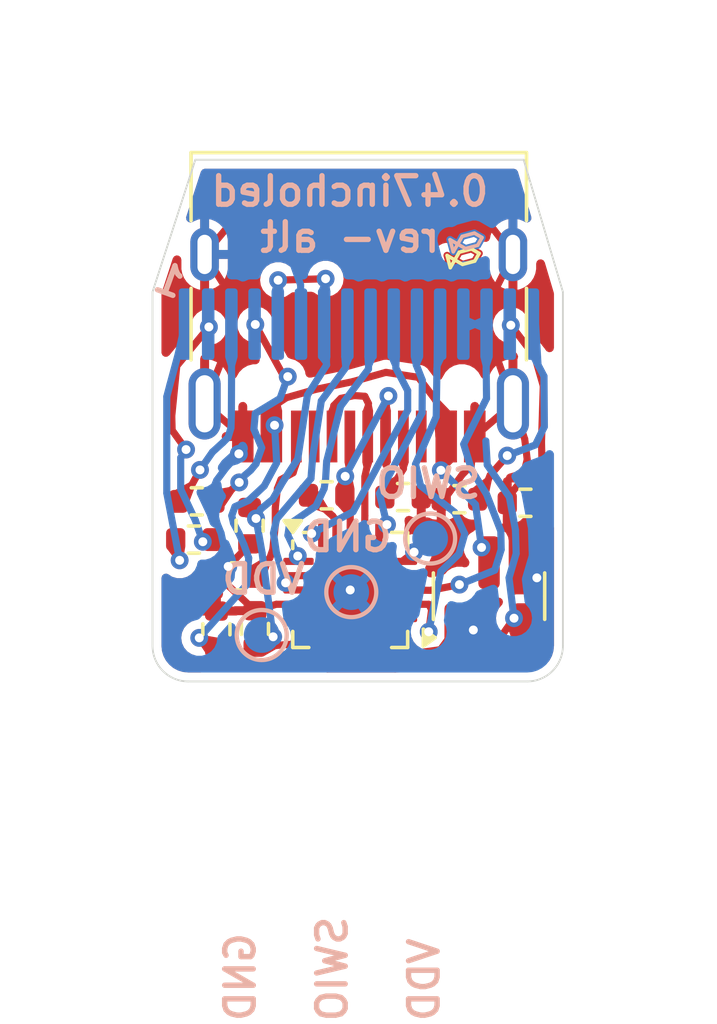
<source format=kicad_pcb>
(kicad_pcb (version 20240108) (generator "pcbnew") (generator_version "8.0")
  (layers (0 "F.Cu" signal) (31 "B.Cu" signal) (34 "B.Paste" user) (35 "F.Paste" user) (36 "B.SilkS" user "B.Silkscreen") (37 "F.SilkS" user "F.Silkscreen") (38 "B.Mask" user) (39 "F.Mask" user) (44 "Edge.Cuts" user))
  (net 0 "")
  (net 1 "VDD")
  (net 2 "GND")
  (net 3 "+5V")
  (net 4 "Net-(U1-VCC)")
  (net 5 "Net-(U1-C2N)")
  (net 6 "Net-(U1-C2P)")
  (net 7 "Net-(U1-C1P)")
  (net 8 "Net-(U1-C1N)")
  (net 9 "Net-(U1-VCOMH)")
  (net 10 "Net-(J2-CC2)")
  (net 11 "D+")
  (net 12 "D-")
  (net 13 "SBU1")
  (net 14 "Net-(J2-CC1)")
  (net 15 "SBU2")
  (net 16 "SWIO")
  (net 17 "DPU")
  (net 18 "SDA")
  (net 19 "CS")
  (net 20 "DC")
  (net 21 "RST")
  (net 22 "BS1")
  (net 23 "SCL")
  (footprint "Resistor_SMD:R_0402_1005Metric" (layer "F.Cu") (at 161.27 93.23 -90)
    (property "Reference" "C1" (hide yes))
    (property "Value" "1u")
    (fp_line (start -0.153641 0.38) (end 0.153641 0.38) (stroke (width 0.1)) (layer "F.SilkS"))
    (fp_line (start -0.153641 -0.38) (end 0.153641 -0.38) (stroke (width 0.1)) (layer "F.SilkS"))
    (pad "1" smd roundrect (at -0.51 0 270) (size 0.54 0.64) (layers "F.Cu" "F.Paste" "F.Mask") (net 2 "GND"))
    (pad "2" smd roundrect (at 0.51 0 270) (size 0.54 0.64) (layers "F.Cu" "F.Paste" "F.Mask") (net 1 "VDD"))
  )
  (footprint "Resistor_SMD:R_0402_1005Metric" (layer "F.Cu") (at 160.76 91.76 180)
    (property "Reference" "R4" (hide yes))
    (property "Value" "5.1k")
    (fp_line (start -0.153641 0.38) (end 0.153641 0.38) (stroke (width 0.1)) (layer "F.SilkS"))
    (fp_line (start -0.153641 -0.38) (end 0.153641 -0.38) (stroke (width 0.1)) (layer "F.SilkS"))
    (pad "1" smd roundrect (at -0.51 0 180) (size 0.54 0.64) (layers "F.Cu" "F.Paste" "F.Mask") (net 10 "Net-(J2-CC2)"))
    (pad "2" smd roundrect (at 0.51 0 180) (size 0.54 0.64) (layers "F.Cu" "F.Paste" "F.Mask") (net 2 "GND"))
  )
  (footprint "Resistor_SMD:R_0402_1005Metric" (layer "F.Cu") (at 160.19 93.24 -90)
    (property "Reference" "C3" (hide yes))
    (property "Value" "4.7u")
    (fp_line (start -0.153641 0.38) (end 0.153641 0.38) (stroke (width 0.1)) (layer "F.SilkS"))
    (fp_line (start -0.153641 -0.38) (end 0.153641 -0.38) (stroke (width 0.1)) (layer "F.SilkS"))
    (pad "1" smd roundrect (at -0.51 0 270) (size 0.54 0.64) (layers "F.Cu" "F.Paste" "F.Mask") (net 2 "GND"))
    (pad "2" smd roundrect (at 0.51 0 270) (size 0.54 0.64) (layers "F.Cu" "F.Paste" "F.Mask") (net 3 "+5V"))
  )
  (footprint "Resistor_SMD:R_0402_1005Metric" (layer "F.Cu") (at 165.42 89.54)
    (property "Reference" "R3" (hide yes))
    (property "Value" "5.1k")
    (fp_line (start -0.153641 -0.38) (end 0.153641 -0.38) (stroke (width 0.1)) (layer "F.SilkS"))
    (fp_line (start -0.153641 0.38) (end 0.153641 0.38) (stroke (width 0.1)) (layer "F.SilkS"))
    (pad "1" smd roundrect (at -0.51 0) (size 0.54 0.64) (layers "F.Cu" "F.Paste" "F.Mask") (net 14 "Net-(J2-CC1)"))
    (pad "2" smd roundrect (at 0.51 0) (size 0.54 0.64) (layers "F.Cu" "F.Paste" "F.Mask") (net 2 "GND"))
  )
  (footprint "Resistor_SMD:R_0402_1005Metric" (layer "F.Cu") (at 168.85 89.7 180)
    (property "Reference" "C7" (hide yes))
    (property "Value" "1u")
    (fp_line (start -0.153641 0.38) (end 0.153641 0.38) (stroke (width 0.1)) (layer "F.SilkS"))
    (fp_line (start -0.153641 -0.38) (end 0.153641 -0.38) (stroke (width 0.1)) (layer "F.SilkS"))
    (pad "1" smd roundrect (at -0.51 0 180) (size 0.54 0.64) (layers "F.Cu" "F.Paste" "F.Mask") (net 9 "Net-(U1-VCOMH)"))
    (pad "2" smd roundrect (at 0.51 0 180) (size 0.54 0.64) (layers "F.Cu" "F.Paste" "F.Mask") (net 2 "GND"))
  )
  (footprint "Resistor_SMD:R_0402_1005Metric" (layer "F.Cu") (at 159.64 89.66)
    (property "Reference" "C6" (hide yes))
    (property "Value" "1u")
    (fp_line (start -0.153641 -0.38) (end 0.153641 -0.38) (stroke (width 0.1)) (layer "F.SilkS"))
    (fp_line (start -0.153641 0.38) (end 0.153641 0.38) (stroke (width 0.1)) (layer "F.SilkS"))
    (pad "1" smd roundrect (at -0.51 0) (size 0.54 0.64) (layers "F.Cu" "F.Paste" "F.Mask") (net 7 "Net-(U1-C1P)"))
    (pad "2" smd roundrect (at 0.51 0) (size 0.54 0.64) (layers "F.Cu" "F.Paste" "F.Mask") (net 8 "Net-(U1-C1N)"))
  )
  (footprint "Resistor_SMD:R_0402_1005Metric" (layer "F.Cu") (at 159.56 90.73 180)
    (property "Reference" "C5" (hide yes))
    (property "Value" "1u")
    (fp_line (start -0.153641 0.38) (end 0.153641 0.38) (stroke (width 0.1)) (layer "F.SilkS"))
    (fp_line (start -0.153641 -0.38) (end 0.153641 -0.38) (stroke (width 0.1)) (layer "F.SilkS"))
    (pad "1" smd roundrect (at -0.51 0 180) (size 0.54 0.64) (layers "F.Cu" "F.Paste" "F.Mask") (net 5 "Net-(U1-C2N)"))
    (pad "2" smd roundrect (at 0.51 0 180) (size 0.54 0.64) (layers "F.Cu" "F.Paste" "F.Mask") (net 6 "Net-(U1-C2P)"))
  )
  (footprint "Resistor_SMD:R_0402_1005Metric" (layer "F.Cu") (at 161.12 90.34 90)
    (property "Reference" "C2" (hide yes))
    (property "Value" "1u")
    (fp_line (start -0.153641 -0.38) (end 0.153641 -0.38) (stroke (width 0.1)) (layer "F.SilkS"))
    (fp_line (start -0.153641 0.38) (end 0.153641 0.38) (stroke (width 0.1)) (layer "F.SilkS"))
    (pad "1" smd roundrect (at -0.51 0 90) (size 0.54 0.64) (layers "F.Cu" "F.Paste" "F.Mask") (net 2 "GND"))
    (pad "2" smd roundrect (at 0.51 0 90) (size 0.54 0.64) (layers "F.Cu" "F.Paste" "F.Mask") (net 1 "VDD"))
  )
  (footprint "Package_DFN_QFN:QFN-20-1EP_3x3mm_P0.4mm_EP1.65x1.65mm" (layer "F.Cu") (at 163.94 92.14)
    (property "Reference" "U2" (hide yes))
    (property "Value" "CH32V003F4U6")
    (fp_line (start -1.61 -1.16) (end -1.61 -1.37) (stroke (width 0.1)) (layer "F.SilkS"))
    (fp_line (start -1.61 1.61) (end -1.61 1.16) (stroke (width 0.1)) (layer "F.SilkS"))
    (fp_line (start -1.16 -1.61) (end -1.31 -1.61) (stroke (width 0.1)) (layer "F.SilkS"))
    (fp_line (start -1.16 1.61) (end -1.61 1.61) (stroke (width 0.1)) (layer "F.SilkS"))
    (fp_line (start 1.16 -1.61) (end 1.61 -1.61) (stroke (width 0.1)) (layer "F.SilkS"))
    (fp_line (start 1.16 1.61) (end 1.61 1.61) (stroke (width 0.1)) (layer "F.SilkS"))
    (fp_line (start 1.61 -1.61) (end 1.61 -1.16) (stroke (width 0.1)) (layer "F.SilkS"))
    (fp_line (start 1.61 1.61) (end 1.61 1.16) (stroke (width 0.1)) (layer "F.SilkS"))
    (fp_poly (pts (xy -1.61 -1.61) (xy -1.85 -1.94) (xy -1.37 -1.94) (xy -1.61 -1.61)) (stroke (width 0.1)) (fill solid) (layer "F.SilkS"))
    (pad "1" smd roundrect (at -1.45 -0.8) (size 0.85 0.2) (layers "F.Cu" "F.Paste" "F.Mask") (net 19 "CS"))
    (pad "2" smd roundrect (at -1.45 -0.4) (size 0.85 0.2) (layers "F.Cu" "F.Paste" "F.Mask") (net 22 "BS1"))
    (pad "3" smd roundrect (at -1.45 0) (size 0.85 0.2) (layers "F.Cu" "F.Paste" "F.Mask") (net 22 "BS1"))
    (pad "4" smd roundrect (at -1.45 0.4) (size 0.85 0.2) (layers "F.Cu" "F.Paste" "F.Mask") (net 2 "GND"))
    (pad "5" smd roundrect (at -1.45 0.8) (size 0.85 0.2) (layers "F.Cu" "F.Paste" "F.Mask"))
    (pad "6" smd roundrect (at -0.8 1.45) (size 0.2 0.85) (layers "F.Cu" "F.Paste" "F.Mask") (net 1 "VDD"))
    (pad "7" smd roundrect (at -0.4 1.45) (size 0.2 0.85) (layers "F.Cu" "F.Paste" "F.Mask"))
    (pad "8" smd roundrect (at 0 1.45) (size 0.2 0.85) (layers "F.Cu" "F.Paste" "F.Mask"))
    (pad "9" smd roundrect (at 0.4 1.45) (size 0.2 0.85) (layers "F.Cu" "F.Paste" "F.Mask"))
    (pad "10" smd roundrect (at 0.8 1.45) (size 0.2 0.85) (layers "F.Cu" "F.Paste" "F.Mask") (net 2 "GND"))
    (pad "11" smd roundrect (at 1.45 0.8) (size 0.85 0.2) (layers "F.Cu" "F.Paste" "F.Mask") (net 2 "GND"))
    (pad "12" smd roundrect (at 1.45 0.4) (size 0.85 0.2) (layers "F.Cu" "F.Paste" "F.Mask") (net 23 "SCL"))
    (pad "13" smd roundrect (at 1.45 0) (size 0.85 0.2) (layers "F.Cu" "F.Paste" "F.Mask") (net 18 "SDA"))
    (pad "14" smd roundrect (at 1.45 -0.4) (size 0.85 0.2) (layers "F.Cu" "F.Paste" "F.Mask"))
    (pad "15" smd roundrect (at 1.45 -0.8) (size 0.85 0.2) (layers "F.Cu" "F.Paste" "F.Mask") (net 16 "SWIO"))
    (pad "16" smd roundrect (at 0.8 -1.45) (size 0.2 0.85) (layers "F.Cu" "F.Paste" "F.Mask") (net 20 "DC"))
    (pad "17" smd roundrect (at 0.4 -1.45) (size 0.2 0.85) (layers "F.Cu" "F.Paste" "F.Mask") (net 11 "D+"))
    (pad "18" smd roundrect (at 0 -1.45) (size 0.2 0.85) (layers "F.Cu" "F.Paste" "F.Mask") (net 12 "D-"))
    (pad "19" smd roundrect (at -0.4 -1.45) (size 0.2 0.85) (layers "F.Cu" "F.Paste" "F.Mask") (net 17 "DPU"))
    (pad "20" smd roundrect (at -0.8 -1.45) (size 0.2 0.85) (layers "F.Cu" "F.Paste" "F.Mask") (net 21 "RST"))
    (pad "21" smd rect (at 0 0) (size 1.65 1.65) (property pad_prop_heatsink) (layers "F.Cu" "F.Mask") (net 2 "GND"))
  )
  (footprint "Package_TO_SOT_SMD:SOT-23" (layer "F.Cu") (at 167.83 92.3125 90)
    (property "Reference" "U3" (hide yes))
    (property "Value" "XC6206P332MR-G")
    (fp_line (start 0 -1.56) (end -0.65 -1.560001) (stroke (width 0.1)) (layer "F.SilkS"))
    (fp_line (start 0 -1.56) (end 0.650001 -1.56) (stroke (width 0.1)) (layer "F.SilkS"))
    (fp_line (start 0 1.56) (end -0.650001 1.56) (stroke (width 0.1)) (layer "F.SilkS"))
    (fp_line (start 0 1.56) (end 0.65 1.560001) (stroke (width 0.1)) (layer "F.SilkS"))
    (fp_poly (pts (xy -1.162501 -1.51) (xy -1.4025 -1.84) (xy -0.922499 -1.84) (xy -1.162501 -1.51)) (stroke (width 0.1)) (fill solid) (layer "F.SilkS"))
    (pad "1" smd roundrect (at -0.9375 -0.95 90) (size 1.475 0.6) (layers "F.Cu" "F.Paste" "F.Mask") (net 2 "GND"))
    (pad "2" smd roundrect (at -0.9375 0.95 90) (size 1.475 0.6) (layers "F.Cu" "F.Paste" "F.Mask") (net 1 "VDD"))
    (pad "3" smd roundrect (at 0.9375 0 90) (size 1.475 0.6) (layers "F.Cu" "F.Paste" "F.Mask") (net 3 "+5V"))
  )
  (footprint "Resistor_SMD:R_0402_1005Metric" (layer "F.Cu") (at 163.28 89.49)
    (property "Reference" "R5" (hide yes))
    (property "Value" "1.5k")
    (fp_line (start -0.153641 -0.38) (end 0.153641 -0.38) (stroke (width 0.1)) (layer "F.SilkS"))
    (fp_line (start -0.153641 0.38) (end 0.153641 0.38) (stroke (width 0.1)) (layer "F.SilkS"))
    (pad "1" smd roundrect (at -0.51 0) (size 0.54 0.64) (layers "F.Cu" "F.Paste" "F.Mask") (net 17 "DPU"))
    (pad "2" smd roundrect (at 0.51 0) (size 0.54 0.64) (layers "F.Cu" "F.Paste" "F.Mask") (net 12 "D-"))
  )
  (footprint "Resistor_SMD:R_0402_1005Metric" (layer "F.Cu") (at 167 89.6 180)
    (property "Reference" "C4" (hide yes))
    (property "Value" "1u")
    (fp_line (start -0.153641 0.38) (end 0.153641 0.38) (stroke (width 0.1)) (layer "F.SilkS"))
    (fp_line (start -0.153641 -0.38) (end 0.153641 -0.38) (stroke (width 0.1)) (layer "F.SilkS"))
    (pad "1" smd roundrect (at -0.51 0 180) (size 0.54 0.64) (layers "F.Cu" "F.Paste" "F.Mask") (net 4 "Net-(U1-VCC)"))
    (pad "2" smd roundrect (at 0.51 0 180) (size 0.54 0.64) (layers "F.Cu" "F.Paste" "F.Mask") (net 2 "GND"))
  )
  (footprint "Connector_USB:USB_C_Receptacle_HRO_TYPE-C-31-M-12" (layer "F.Cu") (at 164.18 83.8 180)
    (property "Reference" "J2" (hide yes))
    (property "Value" "USB_C_Receptacle_USB2.0")
    (fp_line (start 4.7 2) (end 4.7 3.9) (stroke (width 0.1)) (layer "F.SilkS"))
    (fp_line (start 4.7 -1.9) (end 4.699999 0.1) (stroke (width 0.1)) (layer "F.SilkS"))
    (fp_line (start -4.7 3.9) (end 4.7 3.9) (stroke (width 0.1)) (layer "F.SilkS"))
    (fp_line (start -4.7 2) (end -4.7 3.9) (stroke (width 0.1)) (layer "F.SilkS"))
    (fp_line (start -4.7 -1.9) (end -4.7 0.100001) (stroke (width 0.1)) (layer "F.SilkS"))
    (pad "" np_thru_hole circle (at -2.89 -2.6 180) (size 0.65 0.65) (drill 0.65) (layers "*.Cu" "*.Mask"))
    (pad "" np_thru_hole circle (at 2.89 -2.6 180) (size 0.65 0.65) (drill 0.65) (layers "*.Cu" "*.Mask"))
    (pad "A1" smd rect (at -3.25 -4.045 180) (size 0.6 1.45) (layers "F.Cu" "F.Paste" "F.Mask") (net 2 "GND"))
    (pad "A4" smd rect (at -2.45 -4.045 180) (size 0.6 1.45) (layers "F.Cu" "F.Paste" "F.Mask") (net 3 "+5V"))
    (pad "A5" smd rect (at -1.25 -4.045 180) (size 0.3 1.45) (layers "F.Cu" "F.Paste" "F.Mask") (net 14 "Net-(J2-CC1)"))
    (pad "A6" smd rect (at -0.25 -4.045 180) (size 0.3 1.45) (layers "F.Cu" "F.Paste" "F.Mask") (net 11 "D+"))
    (pad "A7" smd rect (at 0.25 -4.045 180) (size 0.3 1.45) (layers "F.Cu" "F.Paste" "F.Mask") (net 12 "D-"))
    (pad "A8" smd rect (at 1.25 -4.045 180) (size 0.3 1.45) (layers "F.Cu" "F.Paste" "F.Mask") (net 13 "SBU1"))
    (pad "A9" smd rect (at 2.45 -4.045 180) (size 0.6 1.45) (layers "F.Cu" "F.Paste" "F.Mask") (net 3 "+5V"))
    (pad "A12" smd rect (at 3.25 -4.045 180) (size 0.6 1.45) (layers "F.Cu" "F.Paste" "F.Mask") (net 2 "GND"))
    (pad "B1" smd rect (at 3.25 -4.045 180) (size 0.6 1.45) (layers "F.Cu" "F.Paste" "F.Mask") (net 2 "GND"))
    (pad "B4" smd rect (at 2.45 -4.045 180) (size 0.6 1.45) (layers "F.Cu" "F.Paste" "F.Mask") (net 3 "+5V"))
    (pad "B5" smd rect (at 1.749999 -4.045 180) (size 0.3 1.45) (layers "F.Cu" "F.Paste" "F.Mask") (net 10 "Net-(J2-CC2)"))
    (pad "B6" smd rect (at 0.75 -4.045 180) (size 0.3 1.45) (layers "F.Cu" "F.Paste" "F.Mask") (net 11 "D+"))
    (pad "B7" smd rect (at -0.75 -4.045 180) (size 0.3 1.45) (layers "F.Cu" "F.Paste" "F.Mask") (net 12 "D-"))
    (pad "B8" smd rect (at -1.749999 -4.045 180) (size 0.3 1.45) (layers "F.Cu" "F.Paste" "F.Mask") (net 15 "SBU2"))
    (pad "B9" smd rect (at -2.45 -4.045 180) (size 0.6 1.45) (layers "F.Cu" "F.Paste" "F.Mask") (net 3 "+5V"))
    (pad "B12" smd rect (at -3.25 -4.045 180) (size 0.6 1.45) (layers "F.Cu" "F.Paste" "F.Mask") (net 2 "GND"))
    (pad "S1" thru_hole oval (at -4.32 -3.130001 180) (size 0.9 2) (drill oval 0.5 1.6) (layers "*.Cu" "*.Mask") (net 2 "GND"))
    (pad "S1" thru_hole oval (at -4.32 1.05 180) (size 0.8 1.5) (drill oval 0.4 1.1) (layers "*.Cu" "*.Mask") (net 2 "GND"))
    (pad "S1" thru_hole oval (at 4.32 -3.130001 180) (size 0.9 2) (drill oval 0.5 1.6) (layers "*.Cu" "*.Mask") (net 2 "GND"))
    (pad "S1" thru_hole oval (at 4.32 1.05 180) (size 0.8 1.5) (drill oval 0.4 1.1) (layers "*.Cu" "*.Mask") (net 2 "GND"))
  )
  (footprint "cnhardware:P0.65mm_16_pin_OLED_FLEX_CONTACT" (layer "B.Cu") (at 169.06 88.6 -90)
    (property "Reference" "U1" (hide yes))
    (property "Value" "~")
    (pad "1" smd roundrect (at -3.9 9.75 270) (size 2 0.35) (layers "B.Cu" "B.Paste" "B.Mask") (net 6 "Net-(U1-C2P)"))
    (pad "2" smd roundrect (at -3.9 9.1 270) (size 2 0.35) (layers "B.Cu" "B.Paste" "B.Mask") (net 5 "Net-(U1-C2N)"))
    (pad "3" smd roundrect (at -3.9 8.45 270) (size 2 0.35) (layers "B.Cu" "B.Paste" "B.Mask") (net 7 "Net-(U1-C1P)"))
    (pad "4" smd roundrect (at -3.9 7.8 270) (size 2 0.35) (layers "B.Cu" "B.Paste" "B.Mask") (net 8 "Net-(U1-C1N)"))
    (pad "5" smd roundrect (at -3.9 7.15 270) (size 2 0.35) (layers "B.Cu" "B.Paste" "B.Mask") (net 1 "VDD"))
    (pad "6" smd roundrect (at -3.9 6.5 270) (size 2 0.35) (layers "B.Cu" "B.Paste" "B.Mask") (net 2 "GND"))
    (pad "7" smd roundrect (at -3.9 5.85 270) (size 2 0.35) (layers "B.Cu" "B.Paste" "B.Mask") (net 1 "VDD"))
    (pad "8" smd roundrect (at -3.9 5.2 270) (size 2 0.35) (layers "B.Cu" "B.Paste" "B.Mask") (net 22 "BS1"))
    (pad "9" smd roundrect (at -3.9 4.55 270) (size 2 0.35) (layers "B.Cu" "B.Paste" "B.Mask") (net 19 "CS"))
    (pad "10" smd roundrect (at -3.9 3.9 270) (size 2 0.35) (layers "B.Cu" "B.Paste" "B.Mask") (net 21 "RST"))
    (pad "11" smd roundrect (at -3.9 3.25 270) (size 2 0.35) (layers "B.Cu" "B.Paste" "B.Mask") (net 20 "DC"))
    (pad "12" smd roundrect (at -3.9 2.6 270) (size 2 0.35) (layers "B.Cu" "B.Paste" "B.Mask") (net 23 "SCL"))
    (pad "13" smd roundrect (at -3.9 1.95 270) (size 2 0.35) (layers "B.Cu" "B.Paste" "B.Mask") (net 18 "SDA"))
    (pad "14" smd roundrect (at -3.9 1.3 270) (size 2 0.35) (layers "B.Cu" "B.Paste" "B.Mask") (net 18 "SDA"))
    (pad "15" smd roundrect (at -3.9 0.65 270) (size 2 0.35) (layers "B.Cu" "B.Paste" "B.Mask") (net 9 "Net-(U1-VCOMH)"))
    (pad "16" smd roundrect (at -3.9 0 270) (size 2 0.35) (layers "B.Cu" "B.Paste" "B.Mask") (net 4 "Net-(U1-VCC)"))
  )
  (footprint "TestPoint:TestPoint_Pad_D1.0mm" (layer "B.Cu") (at 161.46 93.4 180)
    (property "Reference" "TP3" (hide yes))
    (property "Value" "VDD" (at -0.05 1.56 180) (layer "B.SilkS") (effects (font (size 0.8 0.8)) (justify mirror)))
    (fp_circle (center 0 0) (end 0 -0.7) (stroke (width 0.12)) (fill none) (layer "B.SilkS"))
    (pad "1" smd circle (at 0 0 180) (size 1 1) (layers "B.Cu" "B.Mask") (net 1 "VDD"))
  )
  (footprint "TestPoint:TestPoint_Pad_D1.0mm" (layer "B.Cu") (at 166.18 90.7 180)
    (property "Reference" "TP2" (hide yes))
    (property "Value" "SWIO" (at 0.05 1.54 0) (layer "B.SilkS") (effects (font (size 0.8 0.8)) (justify mirror)))
    (fp_circle (center 0 0) (end 0 -0.7) (stroke (width 0.12)) (fill none) (layer "B.SilkS"))
    (pad "1" smd circle (at 0 0 180) (size 1 1) (layers "B.Cu" "B.Mask") (net 16 "SWIO"))
  )
  (footprint "TestPoint:TestPoint_Pad_D1.0mm" (layer "B.Cu") (at 163.97 92.2 180)
    (property "Reference" "TP1" (hide yes))
    (property "Value" "GND" (at 0.1 1.55 180) (layer "B.SilkS") (effects (font (size 0.8 0.8)) (justify mirror)))
    (fp_circle (center 0 0) (end 0 -0.7) (stroke (width 0.12)) (fill none) (layer "B.SilkS"))
    (pad "1" smd circle (at 0 0 180) (size 1 1) (layers "B.Cu" "B.Mask") (net 2 "GND"))
  )
  (gr_line (start 167.510753 82.494246) (end 167.169247 82.585753) (stroke (width 0.1)) (layer "B.SilkS"))
  (gr_line (start 167.169247 82.585753) (end 166.736232 82.335753) (stroke (width 0.1)) (layer "B.SilkS"))
  (gr_line (start 167.07774 82.244246) (end 167.419247 82.15274) (stroke (width 0.1)) (layer "B.SilkS"))
  (gr_line (start 167.419247 82.15274) (end 167.635753 82.27774) (stroke (width 0.1)) (layer "B.SilkS"))
  (gr_line (start 166.82774 82.677259) (end 167.07774 82.244246) (stroke (width 0.1)) (layer "B.SilkS"))
  (gr_line (start 167.635753 82.27774) (end 167.510753 82.494246) (stroke (width 0.1)) (layer "B.SilkS"))
  (gr_line (start 166.736232 82.335753) (end 166.82774 82.677259) (stroke (width 0.1)) (layer "B.SilkS"))
  (gr_line (start 167.428157 82.937307) (end 167.553157 82.720801) (stroke (width 0.1)) (layer "F.SilkS"))
  (gr_line (start 166.745143 83.120319) (end 166.653637 82.778814) (stroke (width 0.1)) (layer "F.SilkS"))
  (gr_line (start 166.995144 82.687307) (end 166.745143 83.120319) (stroke (width 0.1)) (layer "F.SilkS"))
  (gr_line (start 166.653637 82.778814) (end 167.08665 83.028814) (stroke (width 0.1)) (layer "F.SilkS"))
  (gr_line (start 167.08665 83.028814) (end 167.428157 82.937307) (stroke (width 0.1)) (layer "F.SilkS"))
  (gr_line (start 167.553157 82.720801) (end 167.33665 82.595801) (stroke (width 0.1)) (layer "F.SilkS"))
  (gr_line (start 167.33665 82.595801) (end 166.995144 82.687307) (stroke (width 0.1)) (layer "F.SilkS"))
  (gr_arc (start 169.9 93.7) (mid 169.607107 94.407107) (end 168.9 94.7) (stroke (width 0.05)) (layer "Edge.Cuts"))
  (gr_arc (start 159.4 94.7) (mid 158.692893 94.407107) (end 158.4 93.7) (stroke (width 0.05)) (layer "Edge.Cuts"))
  (gr_line (start 159.6 80.1) (end 158.4 83.8) (stroke (width 0.05)) (layer "Edge.Cuts"))
  (gr_line (start 168.8 80.1) (end 159.6 80.1) (stroke (width 0.05)) (layer "Edge.Cuts"))
  (gr_line (start 158.4 83.8) (end 158.4 93.7) (stroke (width 0.05)) (layer "Edge.Cuts"))
  (gr_line (start 168.9 94.7) (end 159.4 94.7) (stroke (width 0.05)) (layer "Edge.Cuts"))
  (gr_line (start 169.9 83.8) (end 168.8 80.1) (stroke (width 0.05)) (layer "Edge.Cuts"))
  (gr_line (start 169.9 83.8) (end 169.9 93.7) (stroke (width 0.05)) (layer "Edge.Cuts"))
  (gr_text "GND\n\nSWIO\n\nVDD" (at 166.48 104.29 90) (layer "B.SilkS") (effects (font (size 0.8 0.8) (thickness 0.15) (bold yes)) (justify right bottom mirror)))
  (gr_text "0.47incholed\nrev- alt" (at 163.93 82.74 0) (layer "B.SilkS") (effects (font (size 0.8 0.8) (thickness 0.15) (bold yes)) (justify bottom mirror)))
  (gr_text "1" (at 159.17 84.08 340) (layer "B.SilkS") (effects (font (size 0.8 0.8) (thickness 0.15) (bold yes)) (justify left bottom mirror)))
  (segment (start 166.995144 82.687307) (end 167.33665 82.595801) (width 0.2) (layer "F.Cu") (net 0))
  (segment (start 167.553157 82.720801) (end 167.33665 82.595801) (width 0.2) (layer "F.Cu") (net 0))
  (segment (start 166.653637 82.778814) (end 166.745143 83.120319) (width 0.2) (layer "F.Cu") (net 0))
  (segment (start 167.08665 83.028814) (end 166.653637 82.778814) (width 0.2) (layer "F.Cu") (net 0))
  (segment (start 167.553157 82.720801) (end 167.428157 82.937307) (width 0.2) (layer "F.Cu") (net 0))
  (segment (start 167.428157 82.937307) (end 167.08665 83.028814) (width 0.2) (layer "F.Cu") (net 0))
  (segment (start 166.745143 83.120319) (end 166.995144 82.687307) (width 0.2) (layer "F.Cu") (net 0))
  (segment (start 166.736232 82.335753) (end 167.169247 82.585753) (width 0.2) (layer "B.Cu") (net 0))
  (segment (start 167.635753 82.27774) (end 167.510753 82.494246) (width 0.2) (layer "B.Cu") (net 0))
  (segment (start 167.419247 82.15274) (end 167.07774 82.244246) (width 0.2) (layer "B.Cu") (net 0))
  (segment (start 167.169247 82.585753) (end 167.510753 82.494246) (width 0.2) (layer "B.Cu") (net 0))
  (segment (start 166.82774 82.677259) (end 166.736232 82.335753) (width 0.2) (layer "B.Cu") (net 0))
  (segment (start 167.635753 82.27774) (end 167.419247 82.15274) (width 0.2) (layer "B.Cu") (net 0))
  (segment (start 167.07774 82.244246) (end 166.82774 82.677259) (width 0.2) (layer "B.Cu") (net 0))
  (segment (start 167.67 94.15) (end 167.27 94.25) (width 0.2) (layer "F.Cu") (net 1))
  (segment (start 167.27 94.25) (end 166.95 94.3) (width 0.2) (layer "F.Cu") (net 1))
  (segment (start 165.2 94.35) (end 163.3 94.35) (width 0.2) (layer "F.Cu") (net 1))
  (segment (start 163.3 94.35) (end 163.15 94.15) (width 0.2) (layer "F.Cu") (net 1))
  (segment (start 161.27 93.74) (end 161.88 93.69107) (width 0.2) (layer "F.Cu") (net 1))
  (segment (start 168.53 92.93) (end 167.67 94.15) (width 0.2) (layer "F.Cu") (net 1))
  (segment (start 163.15 94.15) (end 163.14 93.59) (width 0.2) (layer "F.Cu") (net 1))
  (segment (start 161.78 93.45) (end 161.88 93.69107) (width 0.2) (layer "F.Cu") (net 1))
  (segment (start 161.88 93.69107) (end 163.14 93.59) (width 0.2) (layer "F.Cu") (net 1))
  (segment (start 166.95 94.3) (end 165.2 94.35) (width 0.2) (layer "F.Cu") (net 1))
  (segment (start 161.29 89.67) (end 161.3 90.14) (width 0.2) (layer "F.Cu") (net 1))
  (segment (start 168.78 93.25) (end 168.53 92.93) (width 0.2) (layer "F.Cu") (net 1))
  (segment (start 161.92 83.47) (end 163.25 83.43) (width 0.2) (layer "F.Cu") (net 1))
  (via (at 163.25 83.43) (size 0.5) (drill 0.25) (layers "F.Cu" "B.Cu") (net 1))
  (via (at 161.3 90.14) (size 0.5) (drill 0.25) (layers "F.Cu" "B.Cu") (net 1))
  (via (at 161.78 93.45) (size 0.5) (drill 0.25) (layers "F.Cu" "B.Cu") (net 1))
  (via (at 161.92 83.47) (size 0.5) (drill 0.25) (layers "F.Cu" "B.Cu") (net 1))
  (via (at 168.53 92.93) (size 0.5) (drill 0.25) (layers "F.Cu" "B.Cu") (net 1))
  (segment (start 162.74 86.69) (end 163.28 85.84) (width 0.2) (layer "B.Cu") (net 1))
  (segment (start 161.88 83.85) (end 161.92 83.47) (width 0.2) (layer "B.Cu") (net 1))
  (segment (start 162.47 88.47) (end 162.74 86.69) (width 0.2) (layer "B.Cu") (net 1))
  (segment (start 168.57 90.46) (end 168.59 91.12) (width 0.2) (layer "B.Cu") (net 1))
  (segment (start 163.28 85.84) (end 163.21 84.7) (width 0.2) (layer "B.Cu") (net 1))
  (segment (start 168.57 90.46) (end 168.4 89.54) (width 0.2) (layer "B.Cu") (net 1))
  (segment (start 161.77 89.6) (end 161.43 89.88) (width 0.2) (layer "B.Cu") (net 1))
  (segment (start 168.59 91.12) (end 168.39 91.8) (width 0.2) (layer "B.Cu") (net 1))
  (segment (start 161.43 89.88) (end 161.3 90.14) (width 0.2) (layer "B.Cu") (net 1))
  (segment (start 162.04 89.13) (end 161.77 89.6) (width 0.2) (layer "B.Cu") (net 1))
  (segment (start 167.78 88.64) (end 167.74 87.97) (width 0.2) (layer "B.Cu") (net 1))
  (segment (start 161.91 84.7) (end 161.88 83.85) (width 0.2) (layer "B.Cu") (net 1))
  (segment (start 162.47 88.47) (end 162.04 89.13) (width 0.2) (layer "B.Cu") (net 1))
  (segment (start 161.47 91.1) (end 161.78 93.45) (width 0.2) (layer "B.Cu") (net 1))
  (segment (start 168.39 91.8) (end 168.53 92.93) (width 0.2) (layer "B.Cu") (net 1))
  (segment (start 161.3 90.14) (end 161.47 91.1) (width 0.2) (layer "B.Cu") (net 1))
  (segment (start 163.25 83.43) (end 163.21 84.7) (width 0.2) (layer "B.Cu") (net 1))
  (segment (start 168.4 89.54) (end 167.78 88.64) (width 0.2) (layer "B.Cu") (net 1))
  (segment (start 167.33 88.66) (end 167.43 87.845) (width 0.2) (layer "F.Cu") (net 2))
  (segment (start 168.5 86.930001) (end 168.02 85.54) (width 0.2) (layer "F.Cu") (net 2))
  (segment (start 164.74 93.59) (end 164.75 92.94) (width 0.2) (layer "F.Cu") (net 2))
  (segment (start 161.29 90.69) (end 160.52109 91.48109) (width 0.2) (layer "F.Cu") (net 2))
  (segment (start 159.86 86.930001) (end 160.46 85.41) (width 0.2) (layer "F.Cu") (net 2))
  (segment (start 167.83 84.1) (end 168.5 82.75) (width 0.2) (layer "F.Cu") (net 2))
  (segment (start 160.46 85.41) (end 160.63 84.53) (width 0.2) (layer "F.Cu") (net 2))
  (segment (start 160.19 92.73) (end 160.25 91.76) (width 0.2) (layer "F.Cu") (net 2))
  (segment (start 165.9 93.89) (end 166.47 93.81) (width 0.2) (layer "F.Cu") (net 2))
  (segment (start 160.81 81.62) (end 163.86 81.1) (width 0.2) (layer "F.Cu") (net 2))
  (segment (start 168.32 89.6) (end 168.76 89.05) (width 0.2) (layer "F.Cu") (net 2))
  (segment (start 160.63 84.53) (end 160.38 83.57) (width 0.2) (layer "F.Cu") (net 2))
  (segment (start 164.74 93.59) (end 165.5 93.75) (width 0.2) (layer "F.Cu") (net 2))
  (segment (start 167.43 87.845) (end 168.5 86.930001) (width 0.2) (layer "F.Cu") (net 2))
  (segment (start 163.94 92.14) (end 163.33 92.54) (width 0.2) (layer "F.Cu") (net 2))
  (segment (start 167.74 84.67) (end 167.83 84.1) (width 0.2) (layer "F.Cu") (net 2))
  (segment (start 160.38 83.57) (end 159.86 82.75) (width 0.2) (layer "F.Cu") (net 2))
  (segment (start 161.87 92.54) (end 161.27 92.72) (width 0.2) (layer "F.Cu") (net 2))
  (segment (start 160.25 91.76) (end 161.27 92.72) (width 0.2) (layer "F.Cu") (net 2))
  (segment (start 164.53 92.71) (end 164.75 92.94) (width 0.2) (layer "F.Cu") (net 2))
  (segment (start 167.44 81.38) (end 168.5 82.75) (width 0.2) (layer "F.Cu") (net 2))
  (segment (start 167.08 88.91) (end 167.33 88.66) (width 0.2) (layer "F.Cu") (net 2))
  (segment (start 167.39 93.26) (end 166.88 93.25) (width 0.2) (layer "F.Cu") (net 2))
  (segment (start 166.47 93.81) (end 166.88 93.25) (width 0.2) (layer "F.Cu") (net 2))
  (segment (start 166.55 89.64) (end 167.08 88.91) (width 0.2) (layer "F.Cu") (net 2))
  (segment (start 160.93 87.845) (end 160.82 88.33) (width 0.2) (layer "F.Cu") (net 2))
  (segment (start 163.86 81.1) (end 166.26 81.31) (width 0.2) (layer "F.Cu") (net 2))
  (segment (start 166.26 81.31) (end 167.44 81.38) (width 0.2) (layer "F.Cu") (net 2))
  (segment (start 168.83 87.92) (end 168.5 86.930001) (width 0.2) (layer "F.Cu") (net 2))
  (segment (start 168.9 88.49) (end 168.83 87.92) (width 0.2) (layer "F.Cu") (net 2))
  (segment (start 168.02 85.54) (end 167.74 84.67) (width 0.2) (layer "F.Cu") (net 2))
  (segment (start 168.76 89.05) (end 168.9 88.49) (width 0.2) (layer "F.Cu") (net 2))
  (segment (start 163.33 92.54) (end 162.49 92.54) (width 0.2) (layer "F.Cu") (net 2))
  (segment (start 165.5 93.75) (end 165.9 93.89) (width 0.2) (layer "F.Cu") (net 2))
  (segment (start 165.39 92.94) (end 164.75 92.94) (width 0.2) (layer "F.Cu") (net 2))
  (segment (start 162.49 92.54) (end 161.87 92.54) (width 0.2) (layer "F.Cu") (net 2))
  (segment (start 159.86 82.75) (end 160.81 81.62) (width 0.2) (layer "F.Cu") (net 2))
  (segment (start 160.52109 91.48109) (end 160.25 91.76) (width 0.2) (layer "F.Cu") (net 2))
  (segment (start 166 89.54) (end 166.55 89.64) (width 0.2) (layer "F.Cu") (net 2))
  (segment (start 166.55 89.64) (end 165.94 89.54) (width 0.2) (layer "F.Cu") (net 2))
  (segment (start 160.93 87.845) (end 159.86 86.930001) (width 0.2) (layer "F.Cu") (net 2))
  (segment (start 163.94 92.14) (end 164.53 92.71) (width 0.2) (layer "F.Cu") (net 2))
  (via (at 167.39 93.26) (size 0.5) (drill 0.25) (layers "F.Cu" "B.Cu") (net 2))
  (via (at 160.82 88.33) (size 0.5) (drill 0.25) (layers "F.Cu" "B.Cu") (net 2))
  (via (at 160.52109 91.48109) (size 0.5) (drill 0.25) (layers "F.Cu" "B.Cu") (net 2))
  (via (at 169.17 91.8) (size 0.5) (drill 0.25) (layers "F.Cu" "B.Cu") (net 2))
  (via (at 163.94 92.14) (size 0.5) (drill 0.25) (layers "F.Cu" "B.Cu") (net 2))
  (segment (start 162.55 83.6) (end 162.34 83.01) (width 0.2) (layer "B.Cu") (net 2))
  (segment (start 160.17 90.18) (end 160.32 90.55) (width 0.2) (layer "B.Cu") (net 2))
  (segment (start 163.97 92.2) (end 164.84 93.45) (width 0.2) (layer "B.Cu") (net 2))
  (segment (start 169.34 93.54) (end 169.17 91.8) (width 0.2) (layer "B.Cu") (net 2))
  (segment (start 162.56 84.7) (end 162.55 83.6) (width 0.2) (layer "B.Cu") (net 2))
  (segment (start 168.18 94.12) (end 169.34 93.54) (width 0.2) (layer "B.Cu") (net 2))
  (segment (start 164.84 93.45) (end 166.15 94.19) (width 0.2) (layer "B.Cu") (net 2))
  (segment (start 160.2 89.07) (end 160.03 89.48) (width 0.2) (layer "B.Cu") (net 2))
  (segment (start 167.25 94.152069) (end 168.18 94.12) (width 0.2) (layer "B.Cu") (net 2))
  (segment (start 160.32 90.55) (end 160.52109 91.48109) (width 0.2) (layer "B.Cu") (net 2))
  (segment (start 167.25 94.152069) (end 167.39 93.26) (width 0.2) (layer "B.Cu") (net 2))
  (segment (start 162.34 83.01) (end 161.81 82.71) (width 0.2) (layer "B.Cu") (net 2))
  (segment (start 160.82 88.33) (end 160.46 88.72) (width 0.2) (layer "B.Cu") (net 2))
  (segment (start 166.15 94.19) (end 167.25 94.152069) (width 0.2) (layer "B.Cu") (net 2))
  (segment (start 163.97 92.2) (end 163.94 92.14) (width 0.2) (layer "B.Cu") (net 2))
  (segment (start 161.81 82.71) (end 159.86 82.75) (width 0.2) (layer "B.Cu") (net 2))
  (segment (start 160.03 89.48) (end 160.17 90.18) (width 0.2) (layer "B.Cu") (net 2))
  (segment (start 160.46 88.72) (end 160.2 89.07) (width 0.2) (layer "B.Cu") (net 2))
  (segment (start 166.63 87.845) (end 166.48 88.79) (width 0.2) (layer "F.Cu") (net 3))
  (segment (start 161.8 86.99) (end 161.73 87.845) (width 0.2) (layer "F.Cu") (net 3))
  (segment (start 167.83 91.375) (end 167.62 90.95) (width 0.2) (layer "F.Cu") (net 3))
  (segment (start 164.01 86.31) (end 162.96 86.53) (width 0.2) (layer "F.Cu") (net 3))
  (segment (start 164.94 86.05) (end 164.01 86.31) (width 0.2) (layer "F.Cu") (net 3))
  (segment (start 160.19 93.75) (end 159.71 93.48) (width 0.2) (layer "F.Cu") (net 3))
  (segment (start 166.3 86.78) (end 165.85 86.19) (width 0.2) (layer "F.Cu") (net 3))
  (segment (start 161.73 87.845) (end 161.82 87.53) (width 0.2) (layer "F.Cu") (net 3))
  (segment (start 166.63 87.845) (end 166.48 87.09) (width 0.2) (layer "F.Cu") (net 3))
  (segment (start 162.96 86.53) (end 162.15 86.76) (width 0.2) (layer "F.Cu") (net 3))
  (segment (start 162.15 86.76) (end 161.8 86.99) (width 0.2) (layer "F.Cu") (net 3))
  (segment (start 166.48 87.09) (end 166.3 86.78) (width 0.2) (layer "F.Cu") (net 3))
  (segment (start 165.85 86.19) (end 164.94 86.05) (width 0.2) (layer "F.Cu") (net 3))
  (via (at 166.48 88.79) (size 0.5) (drill 0.25) (layers "F.Cu" "B.Cu") (net 3))
  (via (at 167.62 90.95) (size 0.5) (drill 0.25) (layers "F.Cu" "B.Cu") (net 3))
  (via (at 159.71 93.48) (size 0.5) (drill 0.25) (layers "F.Cu" "B.Cu") (net 3))
  (via (at 161.82 87.53) (size 0.5) (drill 0.25) (layers "F.Cu" "B.Cu") (net 3))
  (segment (start 161.53 89.23) (end 161.88 88.58) (width 0.2) (layer "B.Cu") (net 3))
  (segment (start 160.62 90.06) (end 160.71 89.81) (width 0.2) (layer "B.Cu") (net 3))
  (segment (start 167.62 90.95) (end 167.45 89.75) (width 0.2) (layer "B.Cu") (net 3))
  (segment (start 159.71 93.48) (end 161.04 91.99) (width 0.2) (layer "B.Cu") (net 3))
  (segment (start 161.1 89.63) (end 161.53 89.23) (width 0.2) (layer "B.Cu") (net 3))
  (segment (start 160.96 90.87) (end 160.82 90.55) (width 0.2) (layer "B.Cu") (net 3))
  (segment (start 160.71 89.81) (end 161.1 89.63) (width 0.2) (layer "B.Cu") (net 3))
  (segment (start 167.45 89.75) (end 166.48 88.79) (width 0.2) (layer "B.Cu") (net 3))
  (segment (start 160.67 90.27) (end 160.62 90.06) (width 0.2) (layer "B.Cu") (net 3))
  (segment (start 161.04 91.99) (end 161.095858 91.245823) (width 0.2) (layer "B.Cu") (net 3))
  (segment (start 160.82 90.55) (end 160.67 90.27) (width 0.2) (layer "B.Cu") (net 3))
  (segment (start 161.88 88.58) (end 161.82 87.53) (width 0.2) (layer "B.Cu") (net 3))
  (segment (start 161.095858 91.245823) (end 160.96 90.87) (width 0.2) (layer "B.Cu") (net 3))
  (segment (start 168.34 88.38) (end 167.86 88.93) (width 0.2) (layer "F.Cu") (net 4))
  (segment (start 167.86 88.93) (end 167.57 89.64) (width 0.2) (layer "F.Cu") (net 4))
  (via (at 168.34 88.38) (size 0.5) (drill 0.25) (layers "F.Cu" "B.Cu") (net 4))
  (segment (start 169.13 88.08) (end 169.38 87.57) (width 0.2) (layer "B.Cu") (net 4))
  (segment (start 168.34 88.38) (end 169.13 88.08) (width 0.2) (layer "B.Cu") (net 4))
  (segment (start 169.38 87.57) (end 169.37 86.16) (width 0.2) (layer "B.Cu") (net 4))
  (segment (start 169.15 85.74) (end 169.06 84.7) (width 0.2) (layer "B.Cu") (net 4))
  (segment (start 169.37 86.16) (end 169.15 85.74) (width 0.2) (layer "B.Cu") (net 4))
  (segment (start 159.34 88.21) (end 158.95 87.67) (width 0.2) (layer "F.Cu") (net 5))
  (segment (start 158.95 87.67) (end 158.94 87.27) (width 0.2) (layer "F.Cu") (net 5))
  (segment (start 160.07 90.73) (end 159.81 90.79) (width 0.2) (layer "F.Cu") (net 5))
  (segment (start 158.94 87.27) (end 159.08 85.87) (width 0.2) (layer "F.Cu") (net 5))
  (segment (start 159.08 85.87) (end 159.98 84.78) (width 0.2) (layer "F.Cu") (net 5))
  (via (at 159.98 84.78) (size 0.5) (drill 0.25) (layers "F.Cu" "B.Cu") (net 5))
  (via (at 159.34 88.21) (size 0.5) (drill 0.25) (layers "F.Cu" "B.Cu") (net 5))
  (via (at 159.81 90.79) (size 0.5) (drill 0.25) (layers "F.Cu" "B.Cu") (net 5))
  (segment (start 159.19 88.44) (end 159.34 88.21) (width 0.2) (layer "B.Cu") (net 5))
  (segment (start 159.6 90.19) (end 159.19 89.32) (width 0.2) (layer "B.Cu") (net 5))
  (segment (start 159.19 89.32) (end 159.19 88.44) (width 0.2) (layer "B.Cu") (net 5))
  (segment (start 159.81 90.79) (end 159.6 90.19) (width 0.2) (layer "B.Cu") (net 5))
  (segment (start 159.96 84.7) (end 159.98 84.78) (width 0.2) (layer "B.Cu") (net 5))
  (segment (start 159.16 91.31) (end 159.05 90.73) (width 0.2) (layer "F.Cu") (net 6))
  (via (at 159.16 91.31) (size 0.5) (drill 0.25) (layers "F.Cu" "B.Cu") (net 6))
  (segment (start 158.8 89.43) (end 158.8 86.73) (width 0.2) (layer "B.Cu") (net 6))
  (segment (start 159.12 85.54) (end 159.31 84.7) (width 0.2) (layer "B.Cu") (net 6))
  (segment (start 158.89 86.39) (end 159.12 85.54) (width 0.2) (layer "B.Cu") (net 6))
  (segment (start 158.8 86.73) (end 158.89 86.39) (width 0.2) (layer "B.Cu") (net 6))
  (segment (start 159.16 91.31) (end 158.8 89.43) (width 0.2) (layer "B.Cu") (net 6))
  (segment (start 159.73 88.78) (end 159.25 89.66) (width 0.2) (layer "F.Cu") (net 7))
  (via (at 159.73 88.78) (size 0.5) (drill 0.25) (layers "F.Cu" "B.Cu") (net 7))
  (segment (start 160.6 87.6) (end 160.61 87.23) (width 0.2) (layer "B.Cu") (net 7))
  (segment (start 160.373259 88.01326) (end 160.518259 87.86826) (width 0.2) (layer "B.Cu") (net 7))
  (segment (start 160.615 86.15) (end 160.61 84.7) (width 0.2) (layer "B.Cu") (net 7))
  (segment (start 159.73 88.78) (end 160.08 88.28) (width 0.2) (layer "B.Cu") (net 7))
  (segment (start 160.61 87.23) (end 160.615 86.15) (width 0.2) (layer "B.Cu") (net 7))
  (segment (start 160.08 88.28) (end 160.373259 88.01326) (width 0.2) (layer "B.Cu") (net 7))
  (segment (start 160.518259 87.86826) (end 160.6 87.6) (width 0.2) (layer "B.Cu") (net 7))
  (segment (start 161.28 84.71) (end 162.05 86.11) (width 0.2) (layer "F.Cu") (net 8))
  (segment (start 160.27 89.66) (end 160.83 89.13) (width 0.2) (layer "F.Cu") (net 8))
  (segment (start 162.05 86.11) (end 162.19 86.17) (width 0.2) (layer "F.Cu") (net 8))
  (via (at 162.19 86.17) (size 0.5) (drill 0.25) (layers "F.Cu" "B.Cu") (net 8))
  (via (at 161.28 84.71) (size 0.5) (drill 0.25) (layers "F.Cu" "B.Cu") (net 8))
  (via (at 160.83 89.13) (size 0.5) (drill 0.25) (layers "F.Cu" "B.Cu") (net 8))
  (segment (start 161.24 87.64) (end 161.28 87.2) (width 0.2) (layer "B.Cu") (net 8))
  (segment (start 161.15 88.79) (end 161.3 88.61) (width 0.2) (layer "B.Cu") (net 8))
  (segment (start 161.28 87.2) (end 161.973727 86.78) (width 0.2) (layer "B.Cu") (net 8))
  (segment (start 161.3 88.61) (end 161.46 88.16) (width 0.2) (layer "B.Cu") (net 8))
  (segment (start 160.83 89.13) (end 160.978162 88.938162) (width 0.2) (layer "B.Cu") (net 8))
  (segment (start 161.26 84.7) (end 161.28 84.71) (width 0.2) (layer "B.Cu") (net 8))
  (segment (start 160.978162 88.938162) (end 161.15 88.79) (width 0.2) (layer "B.Cu") (net 8))
  (segment (start 161.973727 86.78) (end 162.19 86.17) (width 0.2) (layer "B.Cu") (net 8))
  (segment (start 161.46 88.16) (end 161.24 87.64) (width 0.2) (layer "B.Cu") (net 8))
  (segment (start 168.44 84.73) (end 169.11 85.6) (width 0.2) (layer "F.Cu") (net 9))
  (segment (start 169.3 88) (end 169.34 89.6) (width 0.2) (layer "F.Cu") (net 9))
  (segment (start 169.11 85.6) (end 169.35 86.43) (width 0.2) (layer "F.Cu") (net 9))
  (segment (start 169.35 86.43) (end 169.3 88) (width 0.2) (layer "F.Cu") (net 9))
  (via (at 168.44 84.73) (size 0.5) (drill 0.25) (layers "F.Cu" "B.Cu") (net 9))
  (segment (start 168.41 84.7) (end 168.44 84.73) (width 0.2) (layer "B.Cu") (net 9))
  (segment (start 162 89.05) (end 162.34 88.86) (width 0.2) (layer "F.Cu") (net 10))
  (segment (start 162.34 88.86) (end 162.44 88.54) (width 0.2) (layer "F.Cu") (net 10))
  (segment (start 161.9 89.3) (end 161.84 89.85) (width 0.2) (layer "F.Cu") (net 10))
  (segment (start 162 89.05) (end 161.9 89.3) (width 0.2) (layer "F.Cu") (net 10))
  (segment (start 162.44 88.54) (end 162.430001 87.845) (width 0.2) (layer "F.Cu") (net 10))
  (segment (start 161.51 91.42) (end 161.69 91.24) (width 0.2) (layer "F.Cu") (net 10))
  (segment (start 161.27 91.76) (end 161.51 91.42) (width 0.2) (layer "F.Cu") (net 10))
  (segment (start 161.77 91.01) (end 161.84 90.34) (width 0.2) (layer "F.Cu") (net 10))
  (segment (start 161.69 91.24) (end 161.77 91.01) (width 0.2) (layer "F.Cu") (net 10))
  (segment (start 161.84 90.34) (end 161.84 89.85) (width 0.2) (layer "F.Cu") (net 10))
  (segment (start 164.43 88.61) (end 164.43 87.845) (width 0.2) (layer "F.Cu") (net 11))
  (segment (start 163.67797 86.778037) (end 164.054032 86.699242) (width 0.2) (layer "F.Cu") (net 11))
  (segment (start 164.35 86.72) (end 164.45 86.92) (width 0.2) (layer "F.Cu") (net 11))
  (segment (start 164.34 90.69) (end 164.35 90.06) (width 0.2) (layer "F.Cu") (net 11))
  (segment (start 164.054032 86.699242) (end 164.35 86.72) (width 0.2) (layer "F.Cu") (net 11))
  (segment (start 164.35 90.06) (end 164.35 88.97) (width 0.2) (layer "F.Cu") (net 11))
  (segment (start 163.43 87.845) (end 163.48 86.98) (width 0.2) (layer "F.Cu") (net 11))
  (segment (start 164.35 88.97) (end 164.43 88.61) (width 0.2) (layer "F.Cu") (net 11))
  (segment (start 164.45 86.92) (end 164.43 87.845) (width 0.2) (layer "F.Cu") (net 11))
  (segment (start 163.48 86.98) (end 163.67797 86.778037) (width 0.2) (layer "F.Cu") (net 11))
  (segment (start 164.93 87.845) (end 164.95 86.99) (width 0.2) (layer "F.Cu") (net 12))
  (segment (start 163.94 90.03) (end 163.78 89.54) (width 0.2) (layer "F.Cu") (net 12))
  (segment (start 163.78 89.54) (end 163.91 88.73) (width 0.2) (layer "F.Cu") (net 12))
  (segment (start 164.94 88.64) (end 164.93 87.845) (width 0.2) (layer "F.Cu") (net 12))
  (segment (start 163.78 89.54) (end 163.8 88.96) (width 0.2) (layer "F.Cu") (net 12))
  (segment (start 163.91 88.73) (end 163.93 87.845) (width 0.2) (layer "F.Cu") (net 12))
  (segment (start 163.94 90.69) (end 163.94 90.03) (width 0.2) (layer "F.Cu") (net 12))
  (segment (start 164.95 86.99) (end 165.01 86.71) (width 0.2) (layer "F.Cu") (net 12))
  (via (at 163.8 88.96) (size 0.5) (drill 0.25) (layers "F.Cu" "B.Cu") (net 12))
  (via (at 165.01 86.71) (size 0.5) (drill 0.25) (layers "F.Cu" "B.Cu") (net 12))
  (segment (start 165.01 86.71) (end 163.8 88.96) (width 0.2) (layer "B.Cu") (net 12))
  (segment (start 165.43 88.75) (end 165.43 87.845) (width 0.2) (layer "F.Cu") (net 14))
  (segment (start 164.94 89.54) (end 165.43 88.75) (width 0.2) (layer "F.Cu") (net 14))
  (segment (start 165.73 91.08) (end 165.39 91.34) (width 0.2) (layer "F.Cu") (net 16))
  (via (at 165.73 91.08) (size 0.5) (drill 0.25) (layers "F.Cu" "B.Cu") (net 16))
  (segment (start 166.18 90.7) (end 165.73 91.08) (width 0.2) (layer "B.Cu") (net 16))
  (segment (start 163.21 89.86) (end 163.45 90.07) (width 0.2) (layer "F.Cu") (net 17))
  (segment (start 163.54 90.69) (end 163.55 90.21) (width 0.2) (layer "F.Cu") (net 17))
  (segment (start 163.45 90.07) (end 163.55 90.21) (width 0.2) (layer "F.Cu") (net 17))
  (segment (start 162.76 89.54) (end 163.21 89.86) (width 0.2) (layer "F.Cu") (net 17))
  (segment (start 166.19 92.15) (end 167 91.99) (width 0.2) (layer "F.Cu") (net 18))
  (segment (start 165.39 92.14) (end 166.19 92.15) (width 0.2) (layer "F.Cu") (net 18))
  (via (at 167 91.99) (size 0.5) (drill 0.25) (layers "F.Cu" "B.Cu") (net 18))
  (segment (start 167.12 88.06) (end 167.76 86.78) (width 0.2) (layer "B.Cu") (net 18))
  (segment (start 167.76 84.7) (end 167.11 84.7) (width 0.2) (layer "B.Cu") (net 18))
  (segment (start 168.17 91.01) (end 167.99 91.586991) (width 0.2) (layer "B.Cu") (net 18))
  (segment (start 167.75 85.95) (end 167.76 84.7) (width 0.2) (layer "B.Cu") (net 18))
  (segment (start 167 91.99) (end 167.99 91.586991) (width 0.2) (layer "B.Cu") (net 18))
  (segment (start 167.76 89.46) (end 167.35 88.8) (width 0.2) (layer "B.Cu") (net 18))
  (segment (start 168.16 90.49) (end 167.76 89.46) (width 0.2) (layer "B.Cu") (net 18))
  (segment (start 167.35 88.8) (end 167.12 88.06) (width 0.2) (layer "B.Cu") (net 18))
  (segment (start 168.16 90.49) (end 168.17 91.01) (width 0.2) (layer "B.Cu") (net 18))
  (segment (start 167.76 86.78) (end 167.75 85.95) (width 0.2) (layer "B.Cu") (net 18))
  (segment (start 162.49 91.34) (end 162.47 91.19) (width 0.2) (layer "F.Cu") (net 19))
  (via (at 162.47 91.19) (size 0.5) (drill 0.25) (layers "F.Cu" "B.Cu") (net 19))
  (segment (start 164.45 85.96) (end 164.51 84.7) (width 0.2) (layer "B.Cu") (net 19))
  (segment (start 163.28 88.54) (end 163.67 87) (width 0.2) (layer "B.Cu") (net 19))
  (segment (start 162.34 90.23) (end 162.98 89.79) (width 0.2) (layer "B.Cu") (net 19))
  (segment (start 162.193147 90.609532) (end 162.229756 90.372195) (width 0.2) (layer "B.Cu") (net 19))
  (segment (start 162.229756 90.372195) (end 162.34 90.23) (width 0.2) (layer "B.Cu") (net 19))
  (segment (start 162.47 91.19) (end 162.193147 90.609532) (width 0.2) (layer "B.Cu") (net 19))
  (segment (start 162.98 89.79) (end 163.21 89.3) (width 0.2) (layer "B.Cu") (net 19))
  (segment (start 163.21 89.3) (end 163.25 89.04) (width 0.2) (layer "B.Cu") (net 19))
  (segment (start 163.25 89.04) (end 163.28 88.54) (width 0.2) (layer "B.Cu") (net 19))
  (segment (start 163.67 87) (end 164.45 85.96) (width 0.2) (layer "B.Cu") (net 19))
  (segment (start 164.74 90.69) (end 164.97 90.31) (width 0.2) (layer "F.Cu") (net 20))
  (via (at 164.97 90.31) (size 0.5) (drill 0.25) (layers "F.Cu" "B.Cu") (net 20))
  (segment (start 164.97 90.31) (end 164.76 89.44) (width 0.2) (layer "B.Cu") (net 20))
  (segment (start 165.79 85.84) (end 165.81 84.7) (width 0.2) (layer "B.Cu") (net 20))
  (segment (start 165.96 86.27) (end 165.79 85.84) (width 0.2) (layer "B.Cu") (net 20))
  (segment (start 165.954095 87.182206) (end 165.96 86.27) (width 0.2) (layer "B.Cu") (net 20))
  (segment (start 164.76 89.44) (end 165.954095 87.182206) (width 0.2) (layer "B.Cu") (net 20))
  (segment (start 163.14 90.69) (end 162.86 90.56) (width 0.2) (layer "F.Cu") (net 21))
  (via (at 162.86 90.56) (size 0.5) (drill 0.25) (layers "F.Cu" "B.Cu") (net 21))
  (segment (start 164.02 89.95) (end 165.55 87.11) (width 0.2) (layer "B.Cu") (net 21))
  (segment (start 162.86 90.56) (end 164.02 89.95) (width 0.2) (layer "B.Cu") (net 21))
  (segment (start 165.22 85.93) (end 165.16 84.7) (width 0.2) (layer "B.Cu") (net 21))
  (segment (start 165.55 87.11) (end 165.55 86.56) (width 0.2) (layer "B.Cu") (net 21))
  (segment (start 165.55 86.56) (end 165.22 85.93) (width 0.2) (layer "B.Cu") (net 21))
  (segment (start 162.13 91.94) (end 162.49 91.74) (width 0.2) (layer "F.Cu") (net 22))
  (via (at 162.13 91.94) (size 0.5) (drill 0.25) (layers "F.Cu" "B.Cu") (net 22))
  (segment (start 162.84 89.02) (end 161.88 90.15) (width 0.2) (layer "B.Cu") (net 22))
  (segment (start 163.13 86.85) (end 162.89 88.4) (width 0.2) (layer "B.Cu") (net 22))
  (segment (start 161.871885 91.100471) (end 162.13 91.94) (width 0.2) (layer "B.Cu") (net 22))
  (segment (start 163.81 85.92) (end 163.13 86.85) (width 0.2) (layer "B.Cu") (net 22))
  (segment (start 161.79 90.55) (end 161.871885 91.100471) (width 0.2) (layer "B.Cu") (net 22))
  (segment (start 161.88 90.15) (end 161.79 90.55) (width 0.2) (layer "B.Cu") (net 22))
  (segment (start 162.89 88.4) (end 162.84 89.02) (width 0.2) (layer "B.Cu") (net 22))
  (segment (start 163.86 84.7) (end 163.81 85.92) (width 0.2) (layer "B.Cu") (net 22))
  (segment (start 166.14 93.31) (end 166.22 92.69) (width 0.2) (layer "F.Cu") (net 23))
  (segment (start 166.14 92.54) (end 165.39 92.54) (width 0.2) (layer "F.Cu") (net 23))
  (segment (start 166.22 92.69) (end 166.14 92.54) (width 0.2) (layer "F.Cu") (net 23))
  (via (at 166.14 93.31) (size 0.5) (drill 0.25) (layers "F.Cu" "B.Cu") (net 23))
  (segment (start 166.86 89.96) (end 165.91 89.22) (width 0.2) (layer "B.Cu") (net 23))
  (segment (start 166.48 91.62) (end 166.99 91.13) (width 0.2) (layer "B.Cu") (net 23))
  (segment (start 167.15 90.57) (end 166.86 89.96) (width 0.2) (layer "B.Cu") (net 23))
  (segment (start 166.99 91.13) (end 167.15 90.57) (width 0.2) (layer "B.Cu") (net 23))
  (segment (start 166.35 87.29) (end 166.37 85.95) (width 0.2) (layer "B.Cu") (net 23))
  (segment (start 166.37 85.95) (end 166.46 84.7) (width 0.2) (layer "B.Cu") (net 23))
  (segment (start 166.14 93.31) (end 166.48 91.62) (width 0.2) (layer "B.Cu") (net 23))
  (segment (start 165.77 88.62) (end 166.35 87.29) (width 0.2) (layer "B.Cu") (net 23))
  (segment (start 165.91 89.22) (end 165.77 88.62) (width 0.2) (layer "B.Cu") (net 23))
  (zone (net 2) (net_name "GND") (layers "F&B.Cu") (connect_pads (clearance 0.25)) (min_thickness 0.25) (fill yes (thermal_gap 0.25) (thermal_bridge_width 0.25))
    (polygon (pts (xy 158.35 79.03) (xy 169.85 79.03) (xy 169.85 99.78) (xy 158.35 99.78)))
  )
)
</source>
